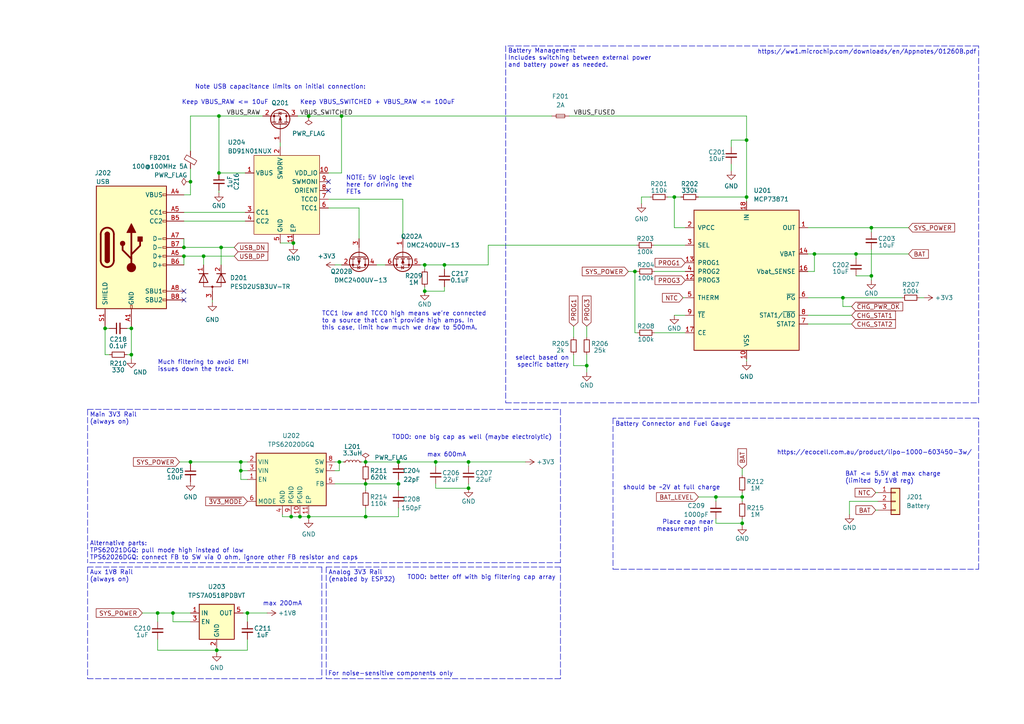
<source format=kicad_sch>
(kicad_sch (version 20211123) (generator eeschema)
  (paper "A4")
  (title_block (date "2022-09-04") (rev "1"))
  (lib_symbols
    (symbol "Battery_Management:MCP73871" (pin_names (offset 1.016))
      (property "Reference" "U" (at -7.62 24.13 0))
      (property "Value" "MCP73871" (at -15.24 21.59 0))
      (symbol "MCP73871_0_1"
        (rectangle (start -15.24 20.32) (end 15.24 -20.32) (stroke (width 0.254)) (fill (type background)))
      )
      (symbol "MCP73871_1_1"
        (pin power_out line (at 17.78 15.24 180) (length 2.54) (name "OUT") (number "1"))
        (pin power_in line (at 0 -22.86 90) (length 2.54) (name "VSS") (number "10"))
        (pin passive line (at 0 -22.86 90) (length 2.54) hide (name "VSS") (number "11"))
        (pin bidirectional line (at -17.78 0 0) (length 2.54) (name "PROG3") (number "12"))
        (pin bidirectional line (at -17.78 5.08 0) (length 2.54) (name "PROG1") (number "13"))
        (pin power_out line (at 17.78 7.62 180) (length 2.54) (name "VBAT") (number "14"))
        (pin passive line (at 17.78 7.62 180) (length 2.54) hide (name "VBAT") (number "15"))
        (pin input line (at 17.78 2.54 180) (length 2.54) (name "Vbat_SENSE") (number "16"))
        (pin input line (at -17.78 -15.24 0) (length 2.54) (name "CE") (number "17"))
        (pin power_in line (at 0 22.86 270) (length 2.54) (name "IN") (number "18"))
        (pin passive line (at 0 22.86 270) (length 2.54) hide (name "IN") (number "19"))
        (pin input line (at -17.78 15.24 0) (length 2.54) (name "VPCC") (number "2"))
        (pin passive line (at 17.78 15.24 180) (length 2.54) hide (name "OUT") (number "20"))
        (pin passive line (at 0 -22.86 90) (length 2.54) hide (name "VSS") (number "21"))
        (pin input line (at -17.78 10.16 0) (length 2.54) (name "SEL") (number "3"))
        (pin input line (at -17.78 2.54 0) (length 2.54) (name "PROG2") (number "4"))
        (pin bidirectional line (at -17.78 -5.08 0) (length 2.54) (name "THERM") (number "5"))
        (pin open_collector line (at 17.78 -5.08 180) (length 2.54) (name "~{PG}") (number "6"))
        (pin open_collector line (at 17.78 -12.7 180) (length 2.54) (name "STAT2") (number "7"))
        (pin open_collector line (at 17.78 -10.16 180) (length 2.54) (name "STAT1/~{LBO}") (number "8"))
        (pin input line (at -17.78 -10.16 0) (length 2.54) (name "~{TE}") (number "9"))
      )
    )
    (symbol "Connector:USB_C_Receptacle_USB2.0" (pin_names (offset 1.016))
      (property "Reference" "J" (at -10.16 19.05 0))
      (property "Value" "USB_C_Receptacle_USB2.0" (at 19.05 19.05 0))
      (symbol "USB_C_Receptacle_USB2.0_0_0"
        (rectangle (start -0.254 -17.78) (end 0.254 -16.764))
        (rectangle (start 10.16 -14.986) (end 9.144 -15.494))
        (rectangle (start 10.16 -12.446) (end 9.144 -12.954))
        (rectangle (start 10.16 -4.826) (end 9.144 -5.334))
        (rectangle (start 10.16 -2.286) (end 9.144 -2.794))
        (rectangle (start 10.16 0.254) (end 9.144 -0.254))
        (rectangle (start 10.16 2.794) (end 9.144 2.286))
        (rectangle (start 10.16 7.874) (end 9.144 7.366))
        (rectangle (start 10.16 10.414) (end 9.144 9.906))
        (rectangle (start 10.16 15.494) (end 9.144 14.986))
      )
      (symbol "USB_C_Receptacle_USB2.0_0_1"
        (rectangle (start -10.16 17.78) (end 10.16 -17.78) (stroke (width 0.254)) (fill (type background)))
        (arc (start -8.89 -3.81) (mid -6.985 -5.715) (end -5.08 -3.81) (stroke (width 0.508)))
        (arc (start -7.62 -3.81) (mid -6.985 -4.445) (end -6.35 -3.81) (stroke (width 0.254)))
        (arc (start -7.62 -3.81) (mid -6.985 -4.445) (end -6.35 -3.81) (stroke (width 0.254)) (fill (type outline)))
        (rectangle (start -7.62 -3.81) (end -6.35 3.81) (stroke (width 0.254)) (fill (type outline)))
        (arc (start -6.35 3.81) (mid -6.985 4.445) (end -7.62 3.81) (stroke (width 0.254)))
        (arc (start -6.35 3.81) (mid -6.985 4.445) (end -7.62 3.81) (stroke (width 0.254)) (fill (type outline)))
        (arc (start -5.08 3.81) (mid -6.985 5.715) (end -8.89 3.81) (stroke (width 0.508)))
        (circle (center -2.54 1.143) (radius 0.635) (stroke (width 0.254)) (fill (type outline)))
        (circle (center 0 -5.842) (radius 1.27) (fill (type outline)))
        (polyline (pts (xy -8.89 -3.81) (xy -8.89 3.81)) (stroke (width 0.508)))
        (polyline (pts (xy -5.08 3.81) (xy -5.08 -3.81)) (stroke (width 0.508)))
        (polyline (pts (xy 0 -5.842) (xy 0 4.318)) (stroke (width 0.508)))
        (polyline (pts (xy 0 -3.302) (xy -2.54 -0.762) (xy -2.54 0.508)) (stroke (width 0.508)))
        (polyline (pts (xy 0 -2.032) (xy 2.54 0.508) (xy 2.54 1.778)) (stroke (width 0.508)))
        (polyline (pts (xy -1.27 4.318) (xy 0 6.858) (xy 1.27 4.318) (xy -1.27 4.318)) (stroke (width 0.254)) (fill (type outline)))
        (rectangle (start 1.905 1.778) (end 3.175 3.048) (stroke (width 0.254)) (fill (type outline)))
      )
      (symbol "USB_C_Receptacle_USB2.0_1_1"
        (pin passive line (at 0 -22.86 90) (length 5.08) (name "GND") (number "A1"))
        (pin passive line (at 0 -22.86 90) (length 5.08) hide (name "GND") (number "A12"))
        (pin passive line (at 15.24 15.24 180) (length 5.08) (name "VBUS") (number "A4"))
        (pin bidirectional line (at 15.24 10.16 180) (length 5.08) (name "CC1") (number "A5"))
        (pin bidirectional line (at 15.24 -2.54 180) (length 5.08) (name "D+") (number "A6"))
        (pin bidirectional line (at 15.24 2.54 180) (length 5.08) (name "D-") (number "A7"))
        (pin bidirectional line (at 15.24 -12.7 180) (length 5.08) (name "SBU1") (number "A8"))
        (pin passive line (at 15.24 15.24 180) (length 5.08) hide (name "VBUS") (number "A9"))
        (pin passive line (at 0 -22.86 90) (length 5.08) hide (name "GND") (number "B1"))
        (pin passive line (at 0 -22.86 90) (length 5.08) hide (name "GND") (number "B12"))
        (pin passive line (at 15.24 15.24 180) (length 5.08) hide (name "VBUS") (number "B4"))
        (pin bidirectional line (at 15.24 7.62 180) (length 5.08) (name "CC2") (number "B5"))
        (pin bidirectional line (at 15.24 -5.08 180) (length 5.08) (name "D+") (number "B6"))
        (pin bidirectional line (at 15.24 0 180) (length 5.08) (name "D-") (number "B7"))
        (pin bidirectional line (at 15.24 -15.24 180) (length 5.08) (name "SBU2") (number "B8"))
        (pin passive line (at 15.24 15.24 180) (length 5.08) hide (name "VBUS") (number "B9"))
        (pin passive line (at -7.62 -22.86 90) (length 5.08) (name "SHIELD") (number "S1"))
      )
    )
    (symbol "Connector_Generic:Conn_01x03" (pin_names (offset 1.016) hide)
      (property "Reference" "J" (at 0 5.08 0))
      (property "Value" "Conn_01x03" (at 0 -5.08 0))
      (symbol "Conn_01x03_1_1"
        (rectangle (start -1.27 -2.413) (end 0 -2.667) (stroke (width 0.1524)))
        (rectangle (start -1.27 0.127) (end 0 -0.127) (stroke (width 0.1524)))
        (rectangle (start -1.27 2.667) (end 0 2.413) (stroke (width 0.1524)))
        (rectangle (start -1.27 3.81) (end 1.27 -3.81) (stroke (width 0.254)) (fill (type background)))
        (pin passive line (at -5.08 2.54 0) (length 3.81) (name "Pin_1") (number "1"))
        (pin passive line (at -5.08 0 0) (length 3.81) (name "Pin_2") (number "2"))
        (pin passive line (at -5.08 -2.54 0) (length 3.81) (name "Pin_3") (number "3"))
      )
    )
    (symbol "Device:C_Small" (pin_numbers hide) (pin_names (offset 0.254) hide)
      (property "Reference" "C" (at 0.254 1.778 0))
      (property "Value" "C_Small" (at 0.254 -2.032 0))
      (symbol "C_Small_0_1"
        (polyline (pts (xy -1.524 -0.508) (xy 1.524 -0.508)) (stroke (width 0.3302)))
        (polyline (pts (xy -1.524 0.508) (xy 1.524 0.508)) (stroke (width 0.3048)))
      )
      (symbol "C_Small_1_1"
        (pin passive line (at 0 2.54 270) (length 2.032) (name "~") (number "1"))
        (pin passive line (at 0 -2.54 90) (length 2.032) (name "~") (number "2"))
      )
    )
    (symbol "Device:D_Dual_CommonAnode_KKA_Parallel" (pin_names (offset 0.762) hide)
      (property "Reference" "D" (at 0 5.08 0))
      (property "Value" "D_Dual_CommonAnode_KKA_Parallel" (at 0 -5.08 0))
      (symbol "D_Dual_CommonAnode_KKA_Parallel_0_0"
        (polyline (pts (xy 2.54 -3.81) (xy 2.54 -1.27)) (stroke (width 0.254)))
        (polyline (pts (xy 2.54 1.27) (xy 2.54 3.81)) (stroke (width 0.254)))
      )
      (symbol "D_Dual_CommonAnode_KKA_Parallel_0_1"
        (circle (center -1.27 0) (radius 0.254) (fill (type outline)))
        (polyline (pts (xy -1.27 0) (xy -2.54 0)))
        (polyline (pts (xy 2.54 2.54) (xy -1.27 2.54) (xy -1.27 -2.54) (xy 2.54 -2.54)))
        (polyline (pts (xy 0 -1.27) (xy 2.54 -2.54) (xy 0 -3.81) (xy 0 -1.27) (xy 0 -1.27) (xy 0 -1.27)) (stroke (width 0.254)))
        (polyline (pts (xy 0 3.81) (xy 2.54 2.54) (xy 0 1.27) (xy 0 3.81) (xy 0 3.81) (xy 0 3.81)) (stroke (width 0.254)))
        (pin passive line (at 5.08 2.54 180) (length 2.54) (name "K") (number "1"))
        (pin passive line (at 5.08 -2.54 180) (length 2.54) (name "K") (number "2"))
        (pin passive line (at -5.08 0 0) (length 2.54) (name "A") (number "3"))
      )
    )
    (symbol "Device:FerriteBead_Small" (pin_numbers hide) (pin_names (offset 0))
      (property "Reference" "FB" (at 1.905 1.27 0))
      (property "Value" "FerriteBead_Small" (at 1.905 -1.27 0))
      (symbol "FerriteBead_Small_0_1"
        (polyline (pts (xy 0 -1.27) (xy 0 -0.7874)))
        (polyline (pts (xy 0 0.889) (xy 0 1.2954)))
        (polyline (pts (xy -1.8288 0.2794) (xy -1.1176 1.4986) (xy 1.8288 -0.2032) (xy 1.1176 -1.4224) (xy -1.8288 0.2794)))
      )
      (symbol "FerriteBead_Small_1_1"
        (pin passive line (at 0 2.54 270) (length 1.27) (name "~") (number "1"))
        (pin passive line (at 0 -2.54 90) (length 1.27) (name "~") (number "2"))
      )
    )
    (symbol "Device:Fuse_Small" (pin_numbers hide) (pin_names (offset 0.254) hide)
      (property "Reference" "F" (at 0 -1.524 0))
      (property "Value" "Fuse_Small" (at 0 1.524 0))
      (symbol "Fuse_Small_0_1"
        (rectangle (start -1.27 0.508) (end 1.27 -0.508))
        (polyline (pts (xy -1.27 0) (xy 1.27 0)))
      )
      (symbol "Fuse_Small_1_1"
        (pin passive line (at -2.54 0 0) (length 1.27) (name "~") (number "1"))
        (pin passive line (at 2.54 0 180) (length 1.27) (name "~") (number "2"))
      )
    )
    (symbol "Device:L_Small" (pin_numbers hide) (pin_names (offset 0.254) hide)
      (property "Reference" "L" (at 0.762 1.016 0))
      (property "Value" "L_Small" (at 0.762 -1.016 0))
      (symbol "L_Small_0_1"
        (arc (start 0 -2.032) (mid 0.508 -1.524) (end 0 -1.016))
        (arc (start 0 -1.016) (mid 0.508 -0.508) (end 0 0))
        (arc (start 0 0) (mid 0.508 0.508) (end 0 1.016))
        (arc (start 0 1.016) (mid 0.508 1.524) (end 0 2.032))
      )
      (symbol "L_Small_1_1"
        (pin passive line (at 0 2.54 270) (length 0.508) (name "~") (number "1"))
        (pin passive line (at 0 -2.54 90) (length 0.508) (name "~") (number "2"))
      )
    )
    (symbol "Device:Q_PMOS_GSD" (pin_names (offset 0) hide)
      (property "Reference" "Q" (at 5.08 1.27 0))
      (property "Value" "Q_PMOS_GSD" (at 5.08 -1.27 0))
      (symbol "Q_PMOS_GSD_0_1"
        (polyline (pts (xy 0.254 0) (xy -2.54 0)))
        (polyline (pts (xy 0.254 1.905) (xy 0.254 -1.905)) (stroke (width 0.254)))
        (polyline (pts (xy 0.762 -1.27) (xy 0.762 -2.286)) (stroke (width 0.254)))
        (polyline (pts (xy 0.762 0.508) (xy 0.762 -0.508)) (stroke (width 0.254)))
        (polyline (pts (xy 0.762 2.286) (xy 0.762 1.27)) (stroke (width 0.254)))
        (polyline (pts (xy 2.54 2.54) (xy 2.54 1.778)))
        (polyline (pts (xy 2.54 -2.54) (xy 2.54 0) (xy 0.762 0)))
        (polyline (pts (xy 0.762 1.778) (xy 3.302 1.778) (xy 3.302 -1.778) (xy 0.762 -1.778)))
        (polyline (pts (xy 2.286 0) (xy 1.27 0.381) (xy 1.27 -0.381) (xy 2.286 0)) (fill (type outline)))
        (polyline (pts (xy 2.794 -0.508) (xy 2.921 -0.381) (xy 3.683 -0.381) (xy 3.81 -0.254)))
        (polyline (pts (xy 3.302 -0.381) (xy 2.921 0.254) (xy 3.683 0.254) (xy 3.302 -0.381)))
        (circle (center 1.651 0) (radius 2.794) (stroke (width 0.254)))
        (circle (center 2.54 -1.778) (radius 0.254) (fill (type outline)))
        (circle (center 2.54 1.778) (radius 0.254) (fill (type outline)))
      )
      (symbol "Q_PMOS_GSD_1_1"
        (pin input line (at -5.08 0 0) (length 2.54) (name "G") (number "1"))
        (pin passive line (at 2.54 -5.08 90) (length 2.54) (name "S") (number "2"))
        (pin passive line (at 2.54 5.08 270) (length 2.54) (name "D") (number "3"))
      )
    )
    (symbol "Device:R_Small" (pin_numbers hide) (pin_names (offset 0.254) hide)
      (property "Reference" "R" (at 0.762 0.508 0))
      (property "Value" "R_Small" (at 0.762 -1.016 0))
      (symbol "R_Small_0_1"
        (rectangle (start -0.762 1.778) (end 0.762 -1.778) (stroke (width 0.2032)))
      )
      (symbol "R_Small_1_1"
        (pin passive line (at 0 2.54 270) (length 0.762) (name "~") (number "1"))
        (pin passive line (at 0 -2.54 90) (length 0.762) (name "~") (number "2"))
      )
    )
    (symbol "Regulator_Linear:TPS7A0518PDBV"
      (property "Reference" "U" (at -3.81 6.35 0))
      (property "Value" "TPS7A0518PDBV" (at 6.35 6.35 0))
      (symbol "TPS7A0518PDBV_0_1"
        (rectangle (start -5.08 -5.08) (end 5.08 5.08) (stroke (width 0.254)) (fill (type background)))
        (pin power_in line (at -7.62 2.54 0) (length 2.54) (name "IN") (number "1"))
        (pin power_in line (at 0 -7.62 90) (length 2.54) (name "GND") (number "2"))
        (pin input line (at -7.62 0 0) (length 2.54) (name "EN") (number "3"))
        (pin no_connect line (at 5.08 0 180) (length 2.54) hide (name "NC") (number "4"))
        (pin power_out line (at 7.62 2.54 180) (length 2.54) (name "OUT") (number "5"))
      )
    )
    (symbol "Transistor_FET:DMC2053UVT" (pin_names hide)
      (property "Reference" "Q" (at 3.175 1.27 0))
      (property "Value" "DMC2053UVT" (at 3.175 -1.27 0))
      (symbol "DMC2053UVT_0_1"
        (circle (center -0.889 0) (radius 2.794) (stroke (width 0.254)))
        (circle (center 0 -1.778) (radius 0.254) (fill (type outline)))
        (polyline (pts (xy -2.286 0) (xy -5.08 0)))
        (polyline (pts (xy -2.286 1.905) (xy -2.286 -1.905)) (stroke (width 0.254)))
        (polyline (pts (xy -1.778 -1.27) (xy -1.778 -2.286)) (stroke (width 0.254)))
        (polyline (pts (xy -1.778 0.508) (xy -1.778 -0.508)) (stroke (width 0.254)))
        (polyline (pts (xy -1.778 2.286) (xy -1.778 1.27)) (stroke (width 0.254)))
        (polyline (pts (xy 0 2.54) (xy 0 1.778)))
        (polyline (pts (xy 0 -2.54) (xy 0 0) (xy -1.778 0)))
        (polyline (pts (xy -1.778 -1.778) (xy 0.762 -1.778) (xy 0.762 1.778) (xy -1.778 1.778)))
        (circle (center 0 1.778) (radius 0.254) (fill (type outline)))
      )
      (symbol "DMC2053UVT_1_1"
        (polyline (pts (xy -1.524 0) (xy -0.508 0.381) (xy -0.508 -0.381) (xy -1.524 0)) (fill (type outline)))
        (polyline (pts (xy 0.254 0.508) (xy 0.381 0.381) (xy 1.143 0.381) (xy 1.27 0.254)))
        (polyline (pts (xy 0.762 0.381) (xy 0.381 -0.254) (xy 1.143 -0.254) (xy 0.762 0.381)))
        (pin passive line (at -7.62 0 0) (length 2.54) (name "G") (number "1"))
        (pin passive line (at 0 -5.08 90) (length 2.54) (name "S") (number "5"))
        (pin passive line (at 0 5.08 270) (length 2.54) (name "D") (number "6"))
      )
      (symbol "DMC2053UVT_2_1"
        (polyline (pts (xy -0.254 0) (xy -1.27 0.381) (xy -1.27 -0.381) (xy -0.254 0)) (fill (type outline)))
        (polyline (pts (xy 0.254 -0.508) (xy 0.381 -0.381) (xy 1.143 -0.381) (xy 1.27 -0.254)))
        (polyline (pts (xy 0.762 -0.381) (xy 0.381 0.254) (xy 1.143 0.254) (xy 0.762 -0.381)))
        (pin passive line (at 0 -5.08 90) (length 2.54) (name "S") (number "2"))
        (pin passive line (at -7.62 0 0) (length 2.54) (name "G") (number "3"))
        (pin passive line (at 0 5.08 270) (length 2.54) (name "D") (number "4"))
      )
    )
    (symbol "power:+1V8" (power) (pin_names (offset 0))
      (property "Value" "+1V8" (at 0 3.556 0))
      (symbol "+1V8_0_1"
        (polyline (pts (xy -0.762 1.27) (xy 0 2.54)))
        (polyline (pts (xy 0 0) (xy 0 2.54)))
        (polyline (pts (xy 0 2.54) (xy 0.762 1.27)))
      )
      (symbol "+1V8_1_1"
        (pin power_in line (at 0 0 90) (length 0) hide (name "+1V8") (number "1"))
      )
    )
    (symbol "power:+3V3" (power) (pin_names (offset 0))
      (property "Value" "+3V3" (at 0 3.556 0))
      (symbol "+3V3_0_1"
        (polyline (pts (xy -0.762 1.27) (xy 0 2.54)))
        (polyline (pts (xy 0 0) (xy 0 2.54)))
        (polyline (pts (xy 0 2.54) (xy 0.762 1.27)))
      )
      (symbol "+3V3_1_1"
        (pin power_in line (at 0 0 90) (length 0) hide (name "+3V3") (number "1"))
      )
    )
    (symbol "power:GND" (power) (pin_names (offset 0))
      (property "Value" "GND" (at 0 -3.81 0))
      (symbol "GND_0_1"
        (polyline (pts (xy 0 0) (xy 0 -1.27) (xy 1.27 -1.27) (xy 0 -2.54) (xy -1.27 -1.27) (xy 0 -1.27)))
      )
      (symbol "GND_1_1"
        (pin power_in line (at 0 0 270) (length 0) hide (name "GND") (number "1"))
      )
    )
    (symbol "power:PWR_FLAG" (power) (pin_numbers hide) (pin_names (offset 0) hide)
      (property "Value" "PWR_FLAG" (at 0 3.81 0))
      (symbol "PWR_FLAG_0_0"
        (pin power_out line (at 0 0 90) (length 0) (name "pwr") (number "1"))
      )
      (symbol "PWR_FLAG_0_1"
        (polyline (pts (xy 0 0) (xy 0 1.27) (xy -1.016 1.905) (xy 0 2.54) (xy 1.016 1.905) (xy 0 1.27)))
      )
    )
    (symbol "symbols:BD91N01NUX"
      (property "Reference" "U" (at 0 13.97 0))
      (property "Value" "BD91N01NUX" (at 5.08 16.51 0))
      (symbol "BD91N01NUX_0_1"
        (rectangle (start -12.7 12.7) (end 6.35 -10.16) (fill (type background)))
      )
      (symbol "BD91N01NUX_1_1"
        (pin input line (at -15.24 7.62 0) (length 2.54) (name "VBUS") (number "1"))
        (pin input line (at 8.89 7.62 180) (length 2.54) (name "VDD_IO") (number "10"))
        (pin input line (at -1.27 -12.7 90) (length 2.54) (name "EP") (number "11"))
        (pin output line (at -5.08 15.24 270) (length 2.54) (name "SWDRV") (number "2"))
        (pin input line (at -15.24 -3.81 0) (length 2.54) (name "CC1") (number "3"))
        (pin input line (at -15.24 -6.35 0) (length 2.54) (name "CC2") (number "4"))
        (pin input line (at -5.08 -12.7 90) (length 2.54) (name "GND") (number "5"))
        (pin output line (at 8.89 -2.54 180) (length 2.54) (name "TCC1") (number "6"))
        (pin output line (at 8.89 0 180) (length 2.54) (name "TCC0") (number "7"))
        (pin output line (at 8.89 2.54 180) (length 2.54) (name "ORIENT") (number "8"))
        (pin output line (at 8.89 5.08 180) (length 2.54) (name "SWMONI") (number "9"))
      )
    )
    (symbol "symbols:TPS62026"
      (property "Reference" "U" (at 0 3.81 0))
      (property "Value" "TPS62026" (at 0 6.35 0))
      (symbol "TPS62026_0_0"
        (pin power_in line (at 2.54 -10.16 90) (length 2.54) (name "PGND") (number "10"))
        (pin power_in line (at 5.08 -10.16 90) (length 2.54) (name "EP") (number "11"))
      )
      (symbol "TPS62026_1_1"
        (rectangle (start -10.16 7.62) (end 10.16 -7.62) (stroke (width 0.254)) (fill (type background)))
        (pin input line (at -12.7 0 0) (length 2.54) (name "EN") (number "1"))
        (pin power_in line (at -12.7 5.08 0) (length 2.54) (name "VIN") (number "2"))
        (pin input line (at -12.7 2.54 0) (length 2.54) (name "VIN") (number "3"))
        (pin input line (at -2.54 -10.16 90) (length 2.54) (name "GND") (number "4"))
        (pin open_collector line (at 12.7 -1.27 180) (length 2.54) (name "FB") (number "5"))
        (pin open_collector line (at -12.7 -6.35 0) (length 2.54) (name "MODE") (number "6"))
        (pin power_out line (at 12.7 2.54 180) (length 2.54) (name "SW") (number "7"))
        (pin power_in line (at 12.7 5.08 180) (length 2.54) (name "SW") (number "8"))
        (pin power_in line (at 0 -10.16 90) (length 2.54) (name "PGND") (number "9"))
      )
    )
  )
  (junction (at 106.045 149.86))
  (junction (at 215.265 144.145))
  (junction (at 89.535 149.86))
  (junction (at 84.455 149.86))
  (junction (at 30.48 95.25))
  (junction (at 128.905 76.835))
  (junction (at 135.89 141.605))
  (junction (at 89.535 33.655))
  (junction (at 99.06 33.655))
  (junction (at 236.22 73.66))
  (junction (at 63.5 33.655))
  (junction (at 135.89 133.985))
  (junction (at 50.165 177.8))
  (junction (at 106.045 140.335))
  (junction (at 98.425 133.985))
  (junction (at 69.85 133.985))
  (junction (at 123.19 76.835))
  (junction (at 115.57 140.335))
  (junction (at 215.265 151.765))
  (junction (at 69.85 136.525))
  (junction (at 207.645 144.145))
  (junction (at 126.365 133.985))
  (junction (at 184.15 78.74))
  (junction (at 55.245 133.985))
  (junction (at 53.34 71.755))
  (junction (at 38.1 95.25))
  (junction (at 38.1 102.87))
  (junction (at 248.285 73.66))
  (junction (at 63.5 50.165))
  (junction (at 216.535 40.64))
  (junction (at 55.245 52.705))
  (junction (at 123.19 84.455))
  (junction (at 86.995 149.86))
  (junction (at 216.535 57.15))
  (junction (at 45.72 177.8))
  (junction (at 53.34 74.295))
  (junction (at 195.58 57.15))
  (junction (at 85.09 70.485))
  (junction (at 115.57 133.985))
  (junction (at 64.135 71.755))
  (junction (at 244.475 86.36))
  (junction (at 62.865 188.595))
  (junction (at 252.73 66.04))
  (junction (at 59.055 74.295))
  (junction (at 71.755 177.8))
  (junction (at 252.73 80.01))
  (junction (at 106.045 133.985))
  (junction (at 170.18 106.045))
  (no_connect (at 95.25 52.705))
  (no_connect (at 95.25 55.245))
  (no_connect (at 53.34 84.455))
  (no_connect (at 53.34 86.995))
  (wire (pts (xy 30.48 95.25) (xy 30.48 102.87)))
  (polyline (pts (xy 283.845 13.335) (xy 146.685 13.335)))
  (wire (pts (xy 63.5 50.165) (xy 63.5 33.655)))
  (wire (pts (xy 126.365 135.255) (xy 126.365 133.985)))
  (wire (pts (xy 115.57 147.32) (xy 115.57 149.86)))
  (wire (pts (xy 128.905 83.185) (xy 128.905 84.455)))
  (wire (pts (xy 207.645 145.415) (xy 207.645 144.145)))
  (wire (pts (xy 252.73 67.31) (xy 252.73 66.04)))
  (wire (pts (xy 55.245 48.895) (xy 55.245 52.705)))
  (polyline (pts (xy 25.4 164.465) (xy 25.4 196.85)))
  (wire (pts (xy 123.19 84.455) (xy 123.19 83.185)))
  (wire (pts (xy 188.595 57.15) (xy 186.055 57.15)))
  (wire (pts (xy 126.365 133.985) (xy 135.89 133.985)))
  (wire (pts (xy 55.245 180.34) (xy 50.165 180.34)))
  (wire (pts (xy 216.535 40.64) (xy 216.535 57.15)))
  (wire (pts (xy 128.905 76.835) (xy 141.605 76.835)))
  (wire (pts (xy 61.595 87.63) (xy 61.595 86.995)))
  (wire (pts (xy 234.315 86.36) (xy 244.475 86.36)))
  (polyline (pts (xy 25.4 118.745) (xy 25.4 163.195)))
  (wire (pts (xy 135.89 140.335) (xy 135.89 141.605)))
  (wire (pts (xy 234.315 91.44) (xy 247.015 91.44)))
  (wire (pts (xy 55.245 133.985) (xy 69.85 133.985)))
  (wire (pts (xy 244.475 86.36) (xy 261.62 86.36)))
  (wire (pts (xy 202.565 57.15) (xy 216.535 57.15)))
  (polyline (pts (xy 162.56 118.745) (xy 162.56 163.195)))
  (wire (pts (xy 86.995 149.86) (xy 89.535 149.86)))
  (wire (pts (xy 109.22 76.835) (xy 111.76 76.835)))
  (wire (pts (xy 202.565 144.145) (xy 207.645 144.145)))
  (wire (pts (xy 215.265 135.89) (xy 215.265 137.795)))
  (wire (pts (xy 195.58 66.04) (xy 195.58 57.15)))
  (wire (pts (xy 106.045 149.86) (xy 89.535 149.86)))
  (wire (pts (xy 95.25 57.785) (xy 116.84 57.785)))
  (wire (pts (xy 38.1 94.615) (xy 38.1 95.25)))
  (wire (pts (xy 170.18 106.045) (xy 170.18 107.95)))
  (wire (pts (xy 63.5 33.655) (xy 76.2 33.655)))
  (wire (pts (xy 184.15 96.52) (xy 184.15 78.74)))
  (wire (pts (xy 198.755 66.04) (xy 195.58 66.04)))
  (wire (pts (xy 77.47 177.8) (xy 71.755 177.8)))
  (wire (pts (xy 95.25 50.165) (xy 99.06 50.165)))
  (wire (pts (xy 71.755 139.065) (xy 69.85 139.065)))
  (wire (pts (xy 53.34 64.135) (xy 71.12 64.135)))
  (polyline (pts (xy 94.615 164.465) (xy 162.56 164.465)))
  (wire (pts (xy 135.89 133.985) (xy 152.4 133.985)))
  (wire (pts (xy 170.18 102.87) (xy 170.18 106.045)))
  (wire (pts (xy 123.19 78.105) (xy 123.19 76.835)))
  (wire (pts (xy 69.85 133.985) (xy 71.755 133.985)))
  (wire (pts (xy 116.84 57.785) (xy 116.84 69.215)))
  (wire (pts (xy 254 142.875) (xy 254.635 142.875)))
  (wire (pts (xy 234.315 93.98) (xy 247.015 93.98)))
  (wire (pts (xy 55.245 33.655) (xy 55.245 43.815)))
  (wire (pts (xy 254.635 145.415) (xy 246.38 145.415)))
  (wire (pts (xy 123.19 76.835) (xy 121.92 76.835)))
  (wire (pts (xy 71.755 185.42) (xy 71.755 188.595)))
  (wire (pts (xy 62.865 189.23) (xy 62.865 188.595)))
  (wire (pts (xy 106.045 133.985) (xy 115.57 133.985)))
  (wire (pts (xy 236.22 73.66) (xy 248.285 73.66)))
  (wire (pts (xy 81.28 41.275) (xy 81.28 42.545)))
  (wire (pts (xy 55.245 133.985) (xy 55.245 134.62)))
  (wire (pts (xy 38.1 95.25) (xy 38.1 102.87)))
  (wire (pts (xy 198.755 96.52) (xy 189.865 96.52)))
  (wire (pts (xy 165.1 33.655) (xy 216.535 33.655)))
  (wire (pts (xy 115.57 139.065) (xy 115.57 140.335)))
  (wire (pts (xy 64.135 71.755) (xy 67.945 71.755)))
  (wire (pts (xy 215.265 152.4) (xy 215.265 151.765)))
  (wire (pts (xy 195.58 91.44) (xy 198.755 91.44)))
  (wire (pts (xy 99.06 33.655) (xy 99.06 50.165)))
  (wire (pts (xy 59.055 74.295) (xy 59.055 76.835)))
  (wire (pts (xy 128.905 84.455) (xy 123.19 84.455)))
  (wire (pts (xy 215.265 151.765) (xy 215.265 150.495)))
  (wire (pts (xy 135.89 133.985) (xy 135.89 135.255)))
  (polyline (pts (xy 146.685 116.84) (xy 283.845 116.84)))
  (polyline (pts (xy 94.615 164.465) (xy 94.615 196.85)))
  (wire (pts (xy 106.045 134.62) (xy 106.045 133.985)))
  (wire (pts (xy 216.535 104.775) (xy 216.535 104.14)))
  (wire (pts (xy 248.285 73.66) (xy 248.285 74.93)))
  (wire (pts (xy 81.28 70.485) (xy 85.09 70.485)))
  (polyline (pts (xy 283.845 165.1) (xy 283.845 121.285)))
  (wire (pts (xy 53.34 71.755) (xy 64.135 71.755)))
  (wire (pts (xy 182.245 78.74) (xy 184.15 78.74)))
  (polyline (pts (xy 177.8 165.1) (xy 283.845 165.1)))
  (wire (pts (xy 115.57 140.335) (xy 106.045 140.335)))
  (polyline (pts (xy 146.685 13.335) (xy 146.685 116.84)))
  (wire (pts (xy 81.915 149.86) (xy 84.455 149.86)))
  (wire (pts (xy 198.12 86.36) (xy 198.755 86.36)))
  (wire (pts (xy 86.995 149.225) (xy 86.995 149.86)))
  (wire (pts (xy 53.34 74.295) (xy 59.055 74.295)))
  (wire (pts (xy 89.535 149.86) (xy 89.535 150.495)))
  (wire (pts (xy 50.165 177.8) (xy 55.245 177.8)))
  (wire (pts (xy 55.245 33.655) (xy 63.5 33.655)))
  (wire (pts (xy 69.85 136.525) (xy 69.85 139.065)))
  (wire (pts (xy 50.165 180.34) (xy 50.165 177.8)))
  (polyline (pts (xy 93.345 164.465) (xy 93.345 196.85)))
  (wire (pts (xy 252.73 81.28) (xy 252.73 80.01)))
  (wire (pts (xy 186.055 57.15) (xy 186.055 59.055)))
  (wire (pts (xy 106.045 147.32) (xy 106.045 149.86)))
  (wire (pts (xy 95.25 60.325) (xy 104.14 60.325)))
  (wire (pts (xy 98.425 133.985) (xy 97.155 133.985)))
  (wire (pts (xy 71.755 188.595) (xy 62.865 188.595)))
  (wire (pts (xy 212.09 42.545) (xy 212.09 40.64)))
  (wire (pts (xy 30.48 102.87) (xy 31.75 102.87)))
  (wire (pts (xy 98.425 136.525) (xy 98.425 133.985)))
  (wire (pts (xy 53.34 61.595) (xy 71.12 61.595)))
  (wire (pts (xy 236.22 78.74) (xy 236.22 73.66)))
  (wire (pts (xy 244.475 86.36) (xy 244.475 88.9)))
  (wire (pts (xy 53.34 56.515) (xy 55.245 56.515)))
  (wire (pts (xy 59.055 74.295) (xy 67.945 74.295)))
  (polyline (pts (xy 162.56 163.195) (xy 25.4 163.195)))
  (wire (pts (xy 170.18 94.615) (xy 170.18 97.79)))
  (wire (pts (xy 246.38 145.415) (xy 246.38 149.225)))
  (wire (pts (xy 126.365 141.605) (xy 126.365 140.335)))
  (wire (pts (xy 189.865 78.74) (xy 198.755 78.74)))
  (wire (pts (xy 41.275 177.8) (xy 45.72 177.8)))
  (wire (pts (xy 55.245 52.705) (xy 55.245 56.515)))
  (wire (pts (xy 53.34 71.755) (xy 53.34 69.215)))
  (wire (pts (xy 126.365 141.605) (xy 135.89 141.605)))
  (wire (pts (xy 86.36 33.655) (xy 89.535 33.655)))
  (wire (pts (xy 252.73 72.39) (xy 252.73 80.01)))
  (polyline (pts (xy 177.8 121.285) (xy 177.8 165.1)))
  (wire (pts (xy 45.72 177.8) (xy 50.165 177.8)))
  (wire (pts (xy 207.645 151.765) (xy 215.265 151.765)))
  (wire (pts (xy 99.695 133.985) (xy 98.425 133.985)))
  (polyline (pts (xy 162.56 164.465) (xy 162.56 196.85)))
  (wire (pts (xy 216.535 57.15) (xy 216.535 58.42)))
  (wire (pts (xy 244.475 88.9) (xy 247.015 88.9)))
  (wire (pts (xy 84.455 149.86) (xy 86.995 149.86)))
  (wire (pts (xy 215.265 144.145) (xy 215.265 142.875)))
  (wire (pts (xy 71.755 136.525) (xy 69.85 136.525)))
  (wire (pts (xy 45.72 180.34) (xy 45.72 177.8)))
  (wire (pts (xy 45.72 185.42) (xy 45.72 188.595)))
  (wire (pts (xy 234.315 78.74) (xy 236.22 78.74)))
  (wire (pts (xy 104.14 60.325) (xy 104.14 69.215)))
  (wire (pts (xy 166.37 102.87) (xy 166.37 106.045)))
  (wire (pts (xy 30.48 94.615) (xy 30.48 95.25)))
  (wire (pts (xy 212.09 40.64) (xy 216.535 40.64)))
  (wire (pts (xy 195.58 57.15) (xy 197.485 57.15)))
  (wire (pts (xy 215.265 145.415) (xy 215.265 144.145)))
  (polyline (pts (xy 162.56 196.85) (xy 94.615 196.85)))
  (polyline (pts (xy 283.845 116.84) (xy 283.845 13.335)))
  (wire (pts (xy 212.09 47.625) (xy 212.09 49.53)))
  (wire (pts (xy 128.905 76.835) (xy 128.905 78.105)))
  (polyline (pts (xy 283.845 121.285) (xy 177.8 121.285)))
  (wire (pts (xy 85.09 70.485) (xy 85.09 71.12)))
  (wire (pts (xy 71.755 180.34) (xy 71.755 177.8)))
  (wire (pts (xy 248.285 73.66) (xy 263.525 73.66)))
  (wire (pts (xy 189.6926 71.12) (xy 198.755 71.12)))
  (wire (pts (xy 97.155 76.835) (xy 99.06 76.835)))
  (wire (pts (xy 64.135 71.755) (xy 64.135 76.835)))
  (wire (pts (xy 89.535 149.225) (xy 89.535 149.86)))
  (wire (pts (xy 84.455 149.225) (xy 84.455 149.86)))
  (polyline (pts (xy 93.345 196.85) (xy 25.4 196.85)))
  (wire (pts (xy 89.535 33.655) (xy 99.06 33.655)))
  (wire (pts (xy 216.535 33.655) (xy 216.535 40.64)))
  (wire (pts (xy 38.1 102.87) (xy 38.1 104.14)))
  (wire (pts (xy 97.155 140.335) (xy 106.045 140.335)))
  (wire (pts (xy 115.57 133.985) (xy 126.365 133.985)))
  (wire (pts (xy 106.045 140.335) (xy 106.045 142.24)))
  (wire (pts (xy 141.605 71.12) (xy 141.605 76.835)))
  (wire (pts (xy 254 147.955) (xy 254.635 147.955)))
  (wire (pts (xy 81.915 149.225) (xy 81.915 149.86)))
  (wire (pts (xy 184.785 78.74) (xy 184.15 78.74)))
  (wire (pts (xy 115.57 140.335) (xy 115.57 142.24)))
  (wire (pts (xy 234.315 66.04) (xy 252.73 66.04)))
  (wire (pts (xy 166.37 106.045) (xy 170.18 106.045)))
  (wire (pts (xy 106.045 133.985) (xy 104.775 133.985)))
  (wire (pts (xy 45.72 188.595) (xy 62.865 188.595)))
  (polyline (pts (xy 25.4 164.465) (xy 93.345 164.465)))
  (wire (pts (xy 106.045 140.335) (xy 106.045 139.7)))
  (wire (pts (xy 69.85 136.525) (xy 69.85 133.985)))
  (wire (pts (xy 184.785 96.52) (xy 184.15 96.52)))
  (wire (pts (xy 99.06 33.655) (xy 160.02 33.655)))
  (wire (pts (xy 115.57 149.86) (xy 106.045 149.86)))
  (wire (pts (xy 266.7 86.36) (xy 267.97 86.36)))
  (wire (pts (xy 30.48 95.25) (xy 31.75 95.25)))
  (wire (pts (xy 248.285 80.01) (xy 252.73 80.01)))
  (wire (pts (xy 123.19 76.835) (xy 128.905 76.835)))
  (wire (pts (xy 62.865 188.595) (xy 62.865 187.96)))
  (wire (pts (xy 252.73 66.04) (xy 263.525 66.04)))
  (wire (pts (xy 97.155 136.525) (xy 98.425 136.525)))
  (wire (pts (xy 141.605 71.12) (xy 184.6126 71.12)))
  (wire (pts (xy 207.645 150.495) (xy 207.645 151.765)))
  (wire (pts (xy 36.83 95.25) (xy 38.1 95.25)))
  (polyline (pts (xy 25.4 118.745) (xy 162.56 118.745)))
  (wire (pts (xy 166.37 94.615) (xy 166.37 97.79)))
  (wire (pts (xy 193.675 57.15) (xy 195.58 57.15)))
  (wire (pts (xy 36.83 102.87) (xy 38.1 102.87)))
  (wire (pts (xy 207.645 144.145) (xy 215.265 144.145)))
  (wire (pts (xy 63.5 55.88) (xy 63.5 55.245)))
  (wire (pts (xy 71.12 50.165) (xy 63.5 50.165)))
  (wire (pts (xy 71.755 177.8) (xy 70.485 177.8)))
  (wire (pts (xy 234.315 73.66) (xy 236.22 73.66)))
  (wire (pts (xy 53.34 74.295) (xy 53.34 76.835)))
  (wire (pts (xy 52.07 133.985) (xy 55.245 133.985)))
  (text "Place cap near\nmeasurement pin" (at 207.01 154.305 180) (effects (font (size 1.27 1.27)) (justify right bottom)))
  (text "TODO: one big cap as well (maybe electrolytic)" (at 113.665 127.635 0) (effects (font (size 1.27 1.27)) (justify left bottom)))
  (text "https://ecocell.com.au/product/lipo-1000-603450-3w/" (at 281.94 132.08 0) (effects (font (size 1.27 1.27)) (justify right bottom)))
  (text "Aux 1V8 Rail\n(always on)" (at 26.035 168.91 0) (effects (font (size 1.27 1.27)) (justify left bottom)))
  (text "max 600mA" (at 123.825 132.715 0) (effects (font (size 1.27 1.27)) (justify left bottom)))
  (text "https://ww1.microchip.com/downloads/en/Appnotes/01260B.pdf" (at 283.21 15.875 0) (effects (font (size 1.27 1.27)) (justify right bottom)))
  (text "TODO: better off with big filtering cap array" (at 118.11 168.275 0) (effects (font (size 1.27 1.27)) (justify left bottom)))
  (text "Battery Connector and Fuel Gauge" (at 178.435 123.825 0) (effects (font (size 1.27 1.27)) (justify left bottom)))
  (text "Main 3V3 Rail\n(always on)" (at 26.035 123.19 0) (effects (font (size 1.27 1.27)) (justify left bottom)))
  (text "should be ~2V at full charge" (at 208.915 142.24 180) (effects (font (size 1.27 1.27)) (justify right bottom)))
  (text "Much filtering to avoid EMI\nissues down the track." (at 45.72 107.95 0) (effects (font (size 1.27 1.27)) (justify left bottom)))
  (text "Battery Management\nIncludes switching between external power\nand battery power as needed." (at 147.32 19.685 0) (effects (font (size 1.27 1.27)) (justify left bottom)))
  (text "NOTE: 5V logic level\nhere for driving the\nFETs" (at 100.33 56.515 0) (effects (font (size 1.27 1.27)) (justify left bottom)))
  (text "max 200mA" (at 76.2 175.895 0) (effects (font (size 1.27 1.27)) (justify left bottom)))
  (text "TCC1 low and TCC0 high means we're connected\nto a source that can't provide high amps. In\nthis case, limit how much we draw to 500mA." (at 93.345 95.885 0) (effects (font (size 1.27 1.27)) (justify left bottom)))
  (text "For noise-sensitive components only" (at 131.445 196.215 180) (effects (font (size 1.27 1.27)) (justify right bottom)))
  (text "Keep VBUS_RAW <= 10uF" (at 52.705 30.48 0) (effects (font (size 1.27 1.27)) (justify left bottom)))
  (text "Keep VBUS_SWITCHED + VBUS_RAW <= 100uF" (at 86.995 30.48 0) (effects (font (size 1.27 1.27)) (justify left bottom)))
  (text "select based on\nspecific battery" (at 165.1 106.68 180) (effects (font (size 1.27 1.27)) (justify right bottom)))
  (text "Analog 3V3 Rail\n(enabled by ESP32)" (at 95.25 168.91 0) (effects (font (size 1.27 1.27)) (justify left bottom)))
  (text "Note USB capacitance limits on initial connection:" (at 56.515 26.035 0) (effects (font (size 1.27 1.27)) (justify left bottom)))
  (text "Alternative parts:\nTPS62021DGQ: pull mode high instead of low\nTPS62026DGQ: connect FB to SW via 0 ohm, ignore other FB resistor and caps" (at 26.035 162.56 0) (effects (font (size 1.27 1.27)) (justify left bottom)))
  (text "BAT <= 5.5V at max charge\n(limited by 1V8 reg)" (at 245.11 140.335 0) (effects (font (size 1.27 1.27)) (justify left bottom)))
  (label "VBUS_RAW" (at 75.565 33.655 180))
  (label "VBUS_FUSED" (at 166.37 33.655 0))
  (label "VBUS_SWITCHED" (at 86.995 33.655 0))
  (global_label "~{3V3_MODE}" (shape input) (at 71.755 145.415 180) (property "Intersheet References" "${INTERSHEET_REFS}" (effects hide)))
  (global_label "~{CHG_PWR_OK}" (shape input) (at 247.015 88.9 0) (property "Intersheet References" "${INTERSHEET_REFS}" (effects hide)))
  (global_label "BAT" (shape input) (at 254 147.955 180) (property "Intersheet References" "${INTERSHEET_REFS}" (effects hide)))
  (global_label "PROG3" (shape input) (at 170.18 94.615 90) (property "Intersheet References" "${INTERSHEET_REFS}" (effects hide)))
  (global_label "SYS_POWER" (shape input) (at 263.525 66.04 0) (property "Intersheet References" "${INTERSHEET_REFS}" (effects hide)))
  (global_label "CHG_STAT2" (shape input) (at 247.015 93.98 0) (property "Intersheet References" "${INTERSHEET_REFS}" (effects hide)))
  (global_label "PROG3" (shape input) (at 198.755 81.28 180) (property "Intersheet References" "${INTERSHEET_REFS}" (effects hide)))
  (global_label "USB_DP" (shape input) (at 67.945 74.295 0) (property "Intersheet References" "${INTERSHEET_REFS}" (effects hide)))
  (global_label "PROG1" (shape input) (at 166.37 94.615 90) (property "Intersheet References" "${INTERSHEET_REFS}" (effects hide)))
  (global_label "SYS_POWER" (shape input) (at 52.07 133.985 180) (property "Intersheet References" "${INTERSHEET_REFS}" (effects hide)))
  (global_label "NTC" (shape input) (at 198.12 86.36 180) (property "Intersheet References" "${INTERSHEET_REFS}" (effects hide)))
  (global_label "BAT" (shape input) (at 215.265 135.89 90) (property "Intersheet References" "${INTERSHEET_REFS}" (effects hide)))
  (global_label "SYS_POWER" (shape input) (at 41.275 177.8 180) (property "Intersheet References" "${INTERSHEET_REFS}" (effects hide)))
  (global_label "SYS_POWER" (shape input) (at 182.245 78.74 180) (property "Intersheet References" "${INTERSHEET_REFS}" (effects hide)))
  (global_label "CHG_STAT1" (shape input) (at 247.015 91.44 0) (property "Intersheet References" "${INTERSHEET_REFS}" (effects hide)))
  (global_label "BAT" (shape input) (at 263.525 73.66 0) (property "Intersheet References" "${INTERSHEET_REFS}" (effects hide)))
  (global_label "PROG1" (shape input) (at 198.755 76.2 180) (property "Intersheet References" "${INTERSHEET_REFS}" (effects hide)))
  (global_label "BAT_LEVEL" (shape input) (at 202.565 144.145 180) (property "Intersheet References" "${INTERSHEET_REFS}" (effects hide)))
  (global_label "NTC" (shape input) (at 254 142.875 180) (property "Intersheet References" "${INTERSHEET_REFS}" (effects hide)))
  (global_label "USB_DN" (shape input) (at 67.945 71.755 0) (property "Intersheet References" "${INTERSHEET_REFS}" (effects hide)))
  (symbol (lib_id "Device:C_Small") (at 45.72 182.88 0) (unit 1)
    (property "Reference" "C210" (at 41.275 182.245 0))
    (property "Value" "1uF" (at 41.275 184.15 0))
    (property "Footprint" "Capacitor_SMD:C_0805_2012Metric" (effects hide))
    (property "PN" "EMK212BJ105KG-T" (effects hide))
  )
  (symbol (lib_id "Device:R_Small") (at 215.265 147.955 0) (unit 1)
    (property "Reference" "R215" (at 219.075 147.32 0))
    (property "Value" "1M" (at 219.075 149.225 0))
    (property "Footprint" "Resistor_SMD:R_0603_1608Metric" (effects hide))
    (property "PN" "AC0603FR-131ML" (effects hide))
  )
  (symbol (lib_id "symbols:BD91N01NUX") (at 86.36 57.785 0) (unit 1)
    (property "Reference" "U204" (at 66.04 41.275 0) (effects (justify left)))
    (property "Value" "BD91N01NUX" (at 66.04 43.815 0) (effects (justify left)))
    (property "Footprint" "footprints:BD91N01NUX-E2" (effects hide))
    (property "PN" "BD91N01NUX" (effects hide))
  )
  (symbol (lib_id "power:GND") (at 63.5 55.88 0) (unit 1)
    (property "Reference" "#PWR0210" (effects hide))
    (property "Value" "GND" (at 63.5 59.69 0))
  )
  (symbol (lib_id "Device:C_Small") (at 126.365 137.795 0) (unit 1)
    (property "Reference" "C206" (at 130.81 137.16 0))
    (property "Value" "22uF" (at 130.81 139.065 0))
    (property "Footprint" "Capacitor_SMD:C_1206_3216Metric" (effects hide))
    (property "PN" "CL31A226MOCLNNC" (effects hide))
  )
  (symbol (lib_id "power:+3V3") (at 152.4 133.985 270) (unit 1)
    (property "Reference" "#PWR0207" (effects hide))
    (property "Value" "+3V3" (at 155.575 133.9849 90) (effects (justify left)))
  )
  (symbol (lib_id "Regulator_Linear:TPS7A0518PDBV") (at 62.865 180.34 0) (unit 1)
    (property "Reference" "U203" (at 62.865 170.18 0))
    (property "Value" "TPS7A0518PDBVT" (at 62.865 172.72 0))
    (property "Footprint" "Package_TO_SOT_SMD:SOT-23-5" (effects hide))
    (property "Datasheet" "https://www.ti.com/lit/ds/symlink/tps7a05.pdf" (effects hide))
    (property "PN" "TPS7A0518PDBVT" (effects hide))
  )
  (symbol (lib_id "Device:C_Small") (at 55.245 137.16 0) (unit 1)
    (property "Reference" "C205" (at 50.8 136.525 0))
    (property "Value" "10uF" (at 50.8 138.43 0))
    (property "Footprint" "Capacitor_SMD:C_0805_2012Metric" (effects hide))
    (property "PN" "EMK212ABJ106KG-T" (effects hide))
  )
  (symbol (lib_id "Device:R_Small") (at 187.325 96.52 90) (unit 1)
    (property "Reference" "R208" (at 187.325 94.615 90))
    (property "Value" "100k" (at 187.325 98.425 90))
    (property "Footprint" "Resistor_SMD:R_0603_1608Metric" (effects hide))
    (property "PN" "RC0603JR-10100KL" (effects hide))
  )
  (symbol (lib_id "Device:C_Small") (at 71.755 182.88 0) (mirror y) (unit 1)
    (property "Reference" "C211" (at 76.2 182.245 0))
    (property "Value" "1uF" (at 76.2 184.15 0))
    (property "Footprint" "Capacitor_SMD:C_0805_2012Metric" (effects hide))
    (property "PN" "EMK212BJ105KG-T" (effects hide))
  )
  (symbol (lib_id "power:GND") (at 62.865 189.23 0) (unit 1)
    (property "Reference" "#PWR0216" (effects hide))
    (property "Value" "GND" (at 62.865 193.675 0))
  )
  (symbol (lib_id "Device:R_Small") (at 264.16 86.36 90) (unit 1)
    (property "Reference" "R207" (at 264.16 82.55 90))
    (property "Value" "100k" (at 264.16 84.455 90))
    (property "Footprint" "Resistor_SMD:R_0603_1608Metric" (effects hide))
    (property "PN" "RC0603JR-10100KL" (effects hide))
  )
  (symbol (lib_id "power:PWR_FLAG") (at 106.045 133.985 0) (unit 1)
    (property "Reference" "#FLG0102" (effects hide))
    (property "Value" "PWR_FLAG" (at 108.585 132.7149 0) (effects (justify left)))
  )
  (symbol (lib_id "power:GND") (at 89.535 150.495 0) (unit 1)
    (property "Reference" "#PWR0212" (effects hide))
    (property "Value" "GND" (at 89.535 154.94 0))
  )
  (symbol (lib_id "power:GND") (at 246.38 149.225 0) (unit 1)
    (property "Reference" "#PWR0211" (effects hide))
    (property "Value" "GND" (at 246.38 153.035 0))
  )
  (symbol (lib_id "Device:C_Small") (at 248.285 77.47 0) (unit 1)
    (property "Reference" "C202" (at 243.84 76.835 0))
    (property "Value" "10uF" (at 243.84 78.74 0))
    (property "Footprint" "Capacitor_SMD:C_0805_2012Metric" (effects hide))
    (property "PN" "EMK212ABJ106KG-T" (effects hide))
  )
  (symbol (lib_id "Device:D_Dual_CommonAnode_KKA_Parallel") (at 61.595 81.915 90) (unit 1)
    (property "Reference" "D201" (at 66.675 80.5814 90) (effects (justify right)))
    (property "Value" "PESD2USB3UV-TR" (at 66.675 83.1214 90) (effects (justify right)))
    (property "Footprint" "Package_TO_SOT_SMD:SOT-23" (effects hide))
    (property "PN" "PESD2USB3UV-TR" (effects hide))
  )
  (symbol (lib_id "Battery_Management:MCP73871") (at 216.535 81.28 0) (unit 1)
    (property "Reference" "U201" (at 218.5544 55.245 0) (effects (justify left)))
    (property "Value" "MCP73871" (at 218.5544 57.785 0) (effects (justify left)))
    (property "Footprint" "Package_DFN_QFN:QFN-20-1EP_4x4mm_P0.5mm_EP2.5x2.5mm" (effects hide))
    (property "Datasheet" "http://www.mouser.com/ds/2/268/22090a-52174.pdf" (effects hide))
    (property "PN" "MCP73871" (effects hide))
  )
  (symbol (lib_id "Device:R_Small") (at 123.19 80.645 180) (unit 1)
    (property "Reference" "R209" (at 120.015 80.01 0))
    (property "Value" "1M" (at 120.015 81.915 0))
    (property "Footprint" "Resistor_SMD:R_0603_1608Metric" (effects hide))
    (property "PN" "AC0603FR-131ML" (effects hide))
  )
  (symbol (lib_id "power:GND") (at 61.595 87.63 0) (unit 1)
    (property "Reference" "#PWR0221" (effects hide))
    (property "Value" "GND" (at 61.595 92.71 0))
  )
  (symbol (lib_id "power:GND") (at 38.1 104.14 0) (unit 1)
    (property "Reference" "#PWR0222" (effects hide))
    (property "Value" "GND" (at 40.64 107.95 0))
  )
  (symbol (lib_id "power:GND") (at 195.58 91.44 0) (unit 1)
    (property "Reference" "#PWR0204" (effects hide))
    (property "Value" "GND" (at 195.58 95.25 0))
  )
  (symbol (lib_id "Device:R_Small") (at 215.265 140.335 0) (unit 1)
    (property "Reference" "R212" (at 219.075 139.7 0))
    (property "Value" "1M" (at 219.075 141.605 0))
    (property "Footprint" "Resistor_SMD:R_0603_1608Metric" (effects hide))
    (property "PN" "AC0603FR-131ML" (effects hide))
  )
  (symbol (lib_id "Device:C_Small") (at 207.645 147.955 180) (unit 1)
    (property "Reference" "C209" (at 201.93 146.685 0))
    (property "Value" "1000pF" (at 201.93 149.225 0))
    (property "Footprint" "Capacitor_SMD:C_0805_2012Metric" (effects hide))
    (property "PN" "0805YD102KAT2A" (effects hide))
  )
  (symbol (lib_id "Device:C_Small") (at 115.57 136.525 180) (unit 1)
    (property "Reference" "C204" (at 119.38 136.525 0))
    (property "Value" "22pF" (at 119.38 139.065 0))
    (property "Footprint" "Capacitor_SMD:C_0603_1608Metric" (effects hide))
  )
  (symbol (lib_id "Device:R_Small") (at 166.37 100.33 0) (mirror y) (unit 1)
    (property "Reference" "R205" (at 162.56 99.695 0))
    (property "Value" "2k" (at 162.56 101.6 0))
    (property "Footprint" "Resistor_SMD:R_0603_1608Metric" (effects hide))
    (property "PN" "AR0603JR-072KL" (effects hide))
  )
  (symbol (lib_id "Device:C_Small") (at 252.73 69.85 0) (unit 1)
    (property "Reference" "C203" (at 257.175 69.215 0))
    (property "Value" "10uF" (at 257.175 71.12 0))
    (property "Footprint" "Capacitor_SMD:C_0805_2012Metric" (effects hide))
    (property "PN" "EMK212ABJ106KG-T" (effects hide))
  )
  (symbol (lib_id "symbols:TPS62026") (at 84.455 139.065 0) (unit 1)
    (property "Reference" "U202" (at 84.455 126.365 0))
    (property "Value" "TPS62020DGQ" (at 84.455 128.905 0))
    (property "Footprint" "Package_SO:MSOP-10-1EP_3x3mm_P0.5mm_EP1.68x1.88mm_ThermalVias" (effects hide))
    (property "PN" "TPS62020DGQ" (effects hide))
  )
  (symbol (lib_id "Device:C_Small") (at 128.905 80.645 0) (unit 1)
    (property "Reference" "C217" (at 133.35 79.375 0))
    (property "Value" "0.1uF" (at 133.35 81.28 0))
    (property "Footprint" "Capacitor_SMD:C_0603_1608Metric" (effects hide))
  )
  (symbol (lib_id "Device:C_Small") (at 212.09 45.085 0) (unit 1)
    (property "Reference" "C201" (at 207.9625 44.1325 0))
    (property "Value" "10uF" (at 207.9625 46.0375 0))
    (property "Footprint" "Capacitor_SMD:C_0805_2012Metric" (effects hide))
    (property "PN" "EMK212ABJ106KG-T" (effects hide))
  )
  (symbol (lib_id "Transistor_FET:DMC2053UVT") (at 104.14 76.835 270) (unit 2)
    (property "Reference" "Q202" (at 99.06 78.74 90))
    (property "Value" " DMC2400UV-13" (at 104.14 81.28 90))
    (property "Footprint" "Package_TO_SOT_SMD:SOT-563" (effects hide))
  )
  (symbol (lib_id "power:GND") (at 123.19 84.455 0) (unit 1)
    (property "Reference" "#PWR0220" (effects hide))
    (property "Value" "GND" (at 123.19 88.265 0))
  )
  (symbol (lib_id "Device:R_Small") (at 187.325 78.74 90) (unit 1)
    (property "Reference" "R204" (at 187.325 76.835 90))
    (property "Value" "100k" (at 187.325 80.645 90))
    (property "Footprint" "Resistor_SMD:R_0603_1608Metric" (effects hide))
    (property "PN" "RC0603JR-10100KL" (effects hide))
  )
  (symbol (lib_id "Device:R_Small") (at 191.135 57.15 90) (unit 1)
    (property "Reference" "R201" (at 191.135 53.34 90))
    (property "Value" "110k" (at 191.135 55.245 90))
    (property "Footprint" "Resistor_SMD:R_0603_1608Metric" (effects hide))
    (property "PN" "AC0603FR-07110KL" (effects hide))
  )
  (symbol (lib_id "Device:C_Small") (at 135.89 137.795 0) (unit 1)
    (property "Reference" "C207" (at 140.335 137.16 0))
    (property "Value" "22uF" (at 140.335 139.065 0))
    (property "Footprint" "Capacitor_SMD:C_1206_3216Metric" (effects hide))
    (property "PN" "CL31A226MOCLNNC" (effects hide))
  )
  (symbol (lib_id "power:GND") (at 85.09 71.12 0) (unit 1)
    (property "Reference" "#PWR0218" (effects hide))
    (property "Value" "GND" (at 85.09 74.93 0))
  )
  (symbol (lib_id "Transistor_FET:DMC2053UVT") (at 116.84 76.835 90) (mirror x) (unit 1)
    (property "Reference" "Q202" (at 119.38 68.58 90))
    (property "Value" " DMC2400UV-13" (at 125.095 71.12 90))
    (property "Footprint" "Package_TO_SOT_SMD:SOT-563" (effects hide))
  )
  (symbol (lib_id "Device:L_Small") (at 102.235 133.985 90) (unit 1)
    (property "Reference" "L201" (at 102.235 129.54 90))
    (property "Value" "3.3uH" (at 102.235 131.445 90))
    (property "Footprint" "Inductor_SMD:L_Wuerth_MAPI-3012" (effects hide))
    (property "PN" "NRH3012T3R3MN" (effects hide))
  )
  (symbol (lib_id "power:+1V8") (at 77.47 177.8 270) (unit 1)
    (property "Reference" "#PWR0214" (effects hide))
    (property "Value" "+1V8" (at 80.645 177.7999 90) (effects (justify left)))
  )
  (symbol (lib_id "Device:Q_PMOS_GSD") (at 81.28 36.195 270) (mirror x) (unit 1)
    (property "Reference" "Q201" (at 81.28 29.845 90))
    (property "Value" "PMV48XPA2R" (effects hide))
    (property "Footprint" "Package_TO_SOT_SMD:TSOT-23" (effects hide))
    (property "PN" "PMV48XPA2R" (effects hide))
  )
  (symbol (lib_id "power:GND") (at 170.18 107.95 0) (unit 1)
    (property "Reference" "#PWR0205" (effects hide))
    (property "Value" "GND" (at 170.18 111.76 0))
  )
  (symbol (lib_id "power:+3V3") (at 97.155 76.835 90) (unit 1)
    (property "Reference" "#PWR0219" (effects hide))
    (property "Value" "+3V3" (at 92.075 74.295 90) (effects (justify right)))
  )
  (symbol (lib_id "Device:Fuse_Small") (at 162.56 33.655 180) (unit 1)
    (property "Reference" "F201" (at 162.56 27.94 0))
    (property "Value" "2A" (at 162.56 30.48 0))
    (property "Footprint" "Fuse:Fuse_1210_3225Metric" (effects hide))
  )
  (symbol (lib_id "Device:FerriteBead_Small") (at 55.245 46.355 180) (unit 1)
    (property "Reference" "FB201" (at 46.355 45.72 0))
    (property "Value" "100@100MHz 5A" (at 46.355 48.26 0))
    (property "Footprint" "Inductor_SMD:L_1206_3216Metric" (effects hide))
  )
  (symbol (lib_id "power:GND") (at 252.73 81.28 0) (unit 1)
    (property "Reference" "#PWR0203" (effects hide))
    (property "Value" "GND" (at 252.73 85.09 0))
  )
  (symbol (lib_id "power:PWR_FLAG") (at 55.245 52.705 90) (unit 1)
    (property "Reference" "#FLG0202" (effects hide))
    (property "Value" "PWR_FLAG" (at 49.53 50.8 90))
  )
  (symbol (lib_id "Device:C_Small") (at 34.29 95.25 90) (unit 1)
    (property "Reference" "C218" (at 34.29 98.425 90))
    (property "Value" "0.1uF" (at 34.29 100.33 90))
    (property "Footprint" "Capacitor_SMD:C_0805_2012Metric" (effects hide))
    (property "PN" "0805YD104KAT2A" (effects hide))
  )
  (symbol (lib_id "power:PWR_FLAG") (at 89.535 33.655 180) (unit 1)
    (property "Reference" "#FLG0201" (effects hide))
    (property "Value" "PWR_FLAG" (at 89.535 38.735 0))
  )
  (symbol (lib_id "Device:C_Small") (at 63.5 52.705 0) (unit 1)
    (property "Reference" "C216" (at 68.58 55.245 90) (effects (justify left)))
    (property "Value" "1uF" (at 66.675 54.61 90) (effects (justify left)))
    (property "Footprint" "Capacitor_SMD:C_0805_2012Metric" (effects hide))
    (property "PN" "GCJ21BL81E105KA01L" (effects hide))
  )
  (symbol (lib_id "Device:R_Small") (at 200.025 57.15 90) (unit 1)
    (property "Reference" "R202" (at 200.025 53.34 90))
    (property "Value" "330k" (at 200.025 55.245 90))
    (property "Footprint" "Resistor_SMD:R_0603_1608Metric" (effects hide))
    (property "PN" "RT0603FRE07330KL" (effects hide))
  )
  (symbol (lib_id "power:GND") (at 186.055 59.055 0) (unit 1)
    (property "Reference" "#PWR0202" (effects hide))
    (property "Value" "GND" (at 186.055 63.5 0))
  )
  (symbol (lib_id "power:GND") (at 135.89 141.605 0) (unit 1)
    (property "Reference" "#PWR0209" (effects hide))
    (property "Value" "GND" (at 135.89 145.415 0))
  )
  (symbol (lib_id "Device:R_Small") (at 34.29 102.87 90) (unit 1)
    (property "Reference" "R210" (at 34.29 105.41 90))
    (property "Value" "330" (at 34.29 107.315 90))
    (property "Footprint" "Resistor_SMD:R_0805_2012Metric" (effects hide))
    (property "PN" "RC0805FR-10330RL" (effects hide))
  )
  (symbol (lib_id "Device:R_Small") (at 106.045 144.78 0) (unit 1)
    (property "Reference" "R214" (at 109.855 144.145 0))
    (property "Value" "110k" (at 109.855 146.05 0))
    (property "Footprint" "Resistor_SMD:R_0603_1608Metric" (effects hide))
    (property "PN" "AC0603FR-07110KL" (effects hide))
  )
  (symbol (lib_id "Device:C_Small") (at 115.57 144.78 180) (unit 1)
    (property "Reference" "C208" (at 119.38 144.78 0))
    (property "Value" "150pF" (at 119.38 147.32 0))
    (property "Footprint" "Capacitor_SMD:C_0603_1608Metric" (effects hide))
  )
  (symbol (lib_id "power:GND") (at 215.265 152.4 0) (unit 1)
    (property "Reference" "#PWR0213" (effects hide))
    (property "Value" "GND" (at 215.265 156.21 0))
  )
  (symbol (lib_id "Device:R_Small") (at 106.045 137.16 0) (unit 1)
    (property "Reference" "R211" (at 109.855 136.525 0))
    (property "Value" "620k" (at 109.855 138.43 0))
    (property "Footprint" "Resistor_SMD:R_0603_1608Metric" (effects hide))
    (property "PN" "AC0603FR-07620KL" (effects hide))
  )
  (symbol (lib_id "Device:R_Small") (at 187.1526 71.12 90) (unit 1)
    (property "Reference" "R203" (at 187.1526 69.215 90))
    (property "Value" "100k" (at 187.1526 73.025 90))
    (property "Footprint" "Resistor_SMD:R_0603_1608Metric" (effects hide))
    (property "PN" "RC0603JR-10100KL" (effects hide))
  )
  (symbol (lib_id "power:+3V3") (at 267.97 86.36 270) (unit 1)
    (property "Reference" "#PWR0121" (effects hide))
    (property "Value" "+3V3" (at 271.145 86.3599 90) (effects (justify left)))
  )
  (symbol (lib_id "Connector:USB_C_Receptacle_USB2.0") (at 38.1 71.755 0) (unit 1)
    (property "Reference" "J202" (at 29.845 50.165 0))
    (property "Value" "USB" (at 29.845 52.705 0))
    (property "Footprint" "Connector_USB:USB_C_Receptacle_GCT_USB4085" (effects hide))
    (property "Datasheet" "https://www.usb.org/sites/default/files/documents/usb_type-c.zip" (effects hide))
    (property "PN" " USB4085-GF-A " (effects hide))
  )
  (symbol (lib_id "power:GND") (at 216.535 104.775 0) (unit 1)
    (property "Reference" "#PWR0206" (effects hide))
    (property "Value" "GND" (at 216.535 109.22 0))
  )
  (symbol (lib_id "power:GND") (at 212.09 49.53 0) (unit 1)
    (property "Reference" "#PWR0201" (effects hide))
    (property "Value" "GND" (at 212.09 53.975 0))
  )
  (symbol (lib_id "Connector_Generic:Conn_01x03") (at 259.715 145.415 0) (unit 1)
    (property "Reference" "J201" (at 262.89 144.1449 0) (effects (justify left)))
    (property "Value" "Battery" (at 262.89 146.6849 0) (effects (justify left)))
    (property "Footprint" "Connector_JST:JST_PH_B3B-PH-K_1x03_P2.00mm_Vertical" (effects hide))
    (property "PN" "0530470310" (effects hide))
  )
  (symbol (lib_id "Device:R_Small") (at 170.18 100.33 0) (unit 1)
    (property "Reference" "R206" (at 173.99 99.695 0))
    (property "Value" "25k" (at 173.99 101.6 0))
    (property "Footprint" "Resistor_SMD:R_0603_1608Metric" (effects hide))
    (property "PN" "AR0603JR-0724KL" (effects hide))
  )
  (symbol (lib_id "power:GND") (at 55.245 139.7 0) (unit 1)
    (property "Reference" "#PWR0208" (effects hide))
    (property "Value" "GND" (at 55.245 144.145 0))
  )
)
</source>
